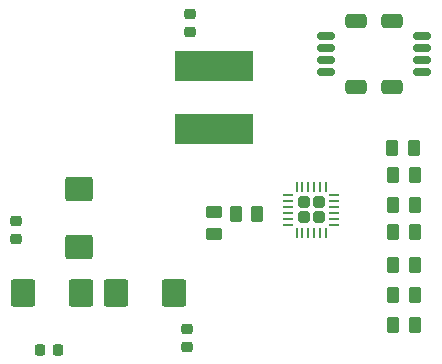
<source format=gbr>
%TF.GenerationSoftware,KiCad,Pcbnew,(6.0.1)*%
%TF.CreationDate,2022-02-28T21:32:51-07:00*%
%TF.ProjectId,PowerBackup,506f7765-7242-4616-936b-75702e6b6963,rev?*%
%TF.SameCoordinates,Original*%
%TF.FileFunction,Paste,Bot*%
%TF.FilePolarity,Positive*%
%FSLAX46Y46*%
G04 Gerber Fmt 4.6, Leading zero omitted, Abs format (unit mm)*
G04 Created by KiCad (PCBNEW (6.0.1)) date 2022-02-28 21:32:51*
%MOMM*%
%LPD*%
G01*
G04 APERTURE LIST*
G04 Aperture macros list*
%AMRoundRect*
0 Rectangle with rounded corners*
0 $1 Rounding radius*
0 $2 $3 $4 $5 $6 $7 $8 $9 X,Y pos of 4 corners*
0 Add a 4 corners polygon primitive as box body*
4,1,4,$2,$3,$4,$5,$6,$7,$8,$9,$2,$3,0*
0 Add four circle primitives for the rounded corners*
1,1,$1+$1,$2,$3*
1,1,$1+$1,$4,$5*
1,1,$1+$1,$6,$7*
1,1,$1+$1,$8,$9*
0 Add four rect primitives between the rounded corners*
20,1,$1+$1,$2,$3,$4,$5,0*
20,1,$1+$1,$4,$5,$6,$7,0*
20,1,$1+$1,$6,$7,$8,$9,0*
20,1,$1+$1,$8,$9,$2,$3,0*%
G04 Aperture macros list end*
%ADD10RoundRect,0.250000X0.925000X-0.787500X0.925000X0.787500X-0.925000X0.787500X-0.925000X-0.787500X0*%
%ADD11RoundRect,0.225000X0.225000X0.250000X-0.225000X0.250000X-0.225000X-0.250000X0.225000X-0.250000X0*%
%ADD12RoundRect,0.250000X0.262500X0.450000X-0.262500X0.450000X-0.262500X-0.450000X0.262500X-0.450000X0*%
%ADD13RoundRect,0.250000X0.787500X0.925000X-0.787500X0.925000X-0.787500X-0.925000X0.787500X-0.925000X0*%
%ADD14RoundRect,0.225000X-0.250000X0.225000X-0.250000X-0.225000X0.250000X-0.225000X0.250000X0.225000X0*%
%ADD15RoundRect,0.225000X0.250000X-0.225000X0.250000X0.225000X-0.250000X0.225000X-0.250000X-0.225000X0*%
%ADD16RoundRect,0.250000X0.255000X0.255000X-0.255000X0.255000X-0.255000X-0.255000X0.255000X-0.255000X0*%
%ADD17RoundRect,0.062500X0.375000X0.062500X-0.375000X0.062500X-0.375000X-0.062500X0.375000X-0.062500X0*%
%ADD18RoundRect,0.062500X0.062500X0.375000X-0.062500X0.375000X-0.062500X-0.375000X0.062500X-0.375000X0*%
%ADD19RoundRect,0.150000X-0.625000X0.150000X-0.625000X-0.150000X0.625000X-0.150000X0.625000X0.150000X0*%
%ADD20RoundRect,0.250000X-0.650000X0.350000X-0.650000X-0.350000X0.650000X-0.350000X0.650000X0.350000X0*%
%ADD21RoundRect,0.250000X-0.450000X0.262500X-0.450000X-0.262500X0.450000X-0.262500X0.450000X0.262500X0*%
%ADD22RoundRect,0.150000X0.625000X-0.150000X0.625000X0.150000X-0.625000X0.150000X-0.625000X-0.150000X0*%
%ADD23RoundRect,0.250000X0.650000X-0.350000X0.650000X0.350000X-0.650000X0.350000X-0.650000X-0.350000X0*%
%ADD24R,6.700000X2.500000*%
G04 APERTURE END LIST*
D10*
%TO.C,C22*%
X116840000Y-108380500D03*
X116840000Y-103455500D03*
%TD*%
D11*
%TO.C,C20*%
X115075000Y-117094000D03*
X113525000Y-117094000D03*
%TD*%
D12*
%TO.C,R1*%
X145162500Y-100000000D03*
X143337500Y-100000000D03*
%TD*%
%TO.C,R7*%
X145266000Y-112446000D03*
X143441000Y-112446000D03*
%TD*%
D13*
%TO.C,C23*%
X117016500Y-112268000D03*
X112091500Y-112268000D03*
%TD*%
D14*
%TO.C,C21*%
X125984000Y-115303000D03*
X125984000Y-116853000D03*
%TD*%
D13*
%TO.C,C24*%
X124890500Y-112268000D03*
X119965500Y-112268000D03*
%TD*%
D12*
%TO.C,R4*%
X145266000Y-114986000D03*
X143441000Y-114986000D03*
%TD*%
D15*
%TO.C,C19*%
X111506000Y-107709000D03*
X111506000Y-106159000D03*
%TD*%
D14*
%TO.C,C13*%
X126238000Y-88633000D03*
X126238000Y-90183000D03*
%TD*%
D12*
%TO.C,R5*%
X145266000Y-107112000D03*
X143441000Y-107112000D03*
%TD*%
D16*
%TO.C,U1*%
X137125000Y-104625000D03*
X135875000Y-104625000D03*
X137125000Y-105875000D03*
X135875000Y-105875000D03*
D17*
X138437500Y-104000000D03*
X138437500Y-104500000D03*
X138437500Y-105000000D03*
X138437500Y-105500000D03*
X138437500Y-106000000D03*
X138437500Y-106500000D03*
D18*
X137750000Y-107187500D03*
X137250000Y-107187500D03*
X136750000Y-107187500D03*
X136250000Y-107187500D03*
X135750000Y-107187500D03*
X135250000Y-107187500D03*
D17*
X134562500Y-106500000D03*
X134562500Y-106000000D03*
X134562500Y-105500000D03*
X134562500Y-105000000D03*
X134562500Y-104500000D03*
X134562500Y-104000000D03*
D18*
X135250000Y-103312500D03*
X135750000Y-103312500D03*
X136250000Y-103312500D03*
X136750000Y-103312500D03*
X137250000Y-103312500D03*
X137750000Y-103312500D03*
%TD*%
D12*
%TO.C,R6*%
X145266000Y-102286000D03*
X143441000Y-102286000D03*
%TD*%
D19*
%TO.C,J5*%
X145875000Y-90575000D03*
X145875000Y-91575000D03*
X145875000Y-92575000D03*
X145875000Y-93575000D03*
D20*
X143350000Y-94875000D03*
X143350000Y-89275000D03*
%TD*%
D12*
%TO.C,R24*%
X131912500Y-105600000D03*
X130087500Y-105600000D03*
%TD*%
%TO.C,R2*%
X145266000Y-104826000D03*
X143441000Y-104826000D03*
%TD*%
D21*
%TO.C,R14*%
X128250000Y-105437500D03*
X128250000Y-107262500D03*
%TD*%
D22*
%TO.C,J3*%
X137725000Y-93575000D03*
X137725000Y-92575000D03*
X137725000Y-91575000D03*
X137725000Y-90575000D03*
D23*
X140250000Y-94875000D03*
X140250000Y-89275000D03*
%TD*%
D12*
%TO.C,R3*%
X145266000Y-109906000D03*
X143441000Y-109906000D03*
%TD*%
D24*
%TO.C,L1*%
X128270000Y-93108000D03*
X128270000Y-98408000D03*
%TD*%
M02*

</source>
